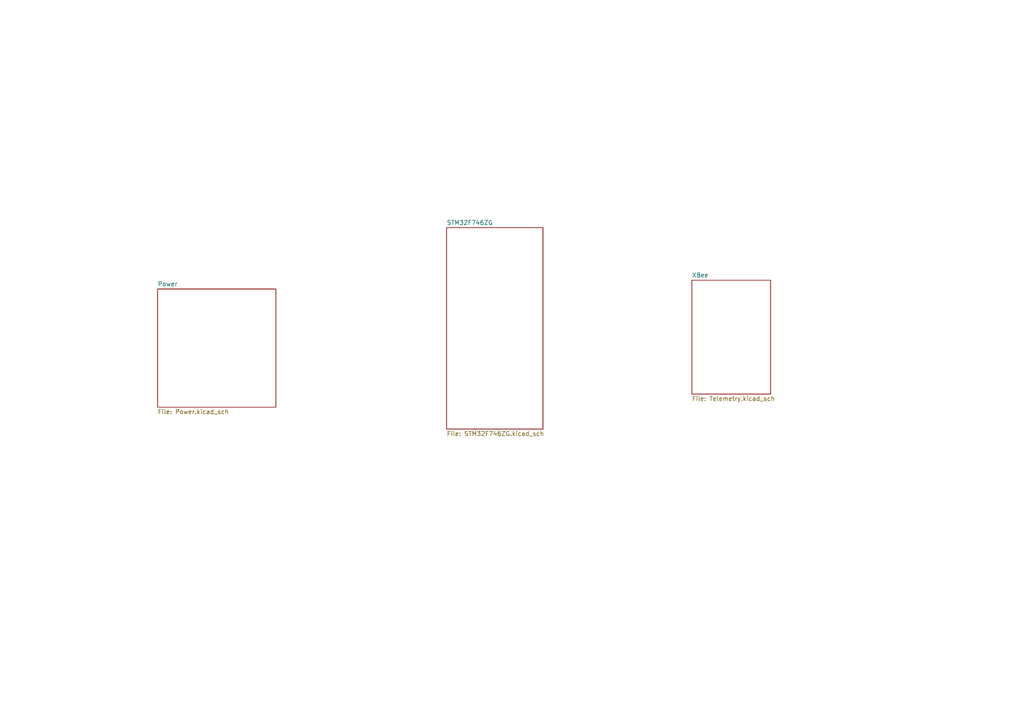
<source format=kicad_sch>
(kicad_sch
	(version 20250114)
	(generator "eeschema")
	(generator_version "9.0")
	(uuid "ed2ead0c-db91-475a-bfeb-6d6144b9301b")
	(paper "A4")
	(lib_symbols)
	(sheet
		(at 200.66 81.28)
		(size 22.86 33.02)
		(exclude_from_sim no)
		(in_bom yes)
		(on_board yes)
		(dnp no)
		(fields_autoplaced yes)
		(stroke
			(width 0.1524)
			(type solid)
		)
		(fill
			(color 0 0 0 0.0000)
		)
		(uuid "6ced25df-e129-4619-bfc0-b87d83c28fc4")
		(property "Sheetname" "XBee"
			(at 200.66 80.5684 0)
			(effects
				(font
					(size 1.27 1.27)
				)
				(justify left bottom)
			)
		)
		(property "Sheetfile" "Telemetry.kicad_sch"
			(at 200.66 114.8846 0)
			(effects
				(font
					(size 1.27 1.27)
				)
				(justify left top)
			)
		)
		(instances
			(project "Dashboard"
				(path "/ed2ead0c-db91-475a-bfeb-6d6144b9301b"
					(page "3")
				)
			)
		)
	)
	(sheet
		(at 45.72 83.82)
		(size 34.29 34.29)
		(exclude_from_sim no)
		(in_bom yes)
		(on_board yes)
		(dnp no)
		(fields_autoplaced yes)
		(stroke
			(width 0.1524)
			(type solid)
		)
		(fill
			(color 0 0 0 0.0000)
		)
		(uuid "af335906-16f7-4171-9604-a120cf780e93")
		(property "Sheetname" "Power"
			(at 45.72 83.1084 0)
			(effects
				(font
					(size 1.27 1.27)
				)
				(justify left bottom)
			)
		)
		(property "Sheetfile" "Power.kicad_sch"
			(at 45.72 118.6946 0)
			(effects
				(font
					(size 1.27 1.27)
				)
				(justify left top)
			)
		)
		(instances
			(project "Dashboard"
				(path "/ed2ead0c-db91-475a-bfeb-6d6144b9301b"
					(page "4")
				)
			)
		)
	)
	(sheet
		(at 129.54 66.04)
		(size 27.94 58.42)
		(exclude_from_sim no)
		(in_bom yes)
		(on_board yes)
		(dnp no)
		(fields_autoplaced yes)
		(stroke
			(width 0.1524)
			(type solid)
		)
		(fill
			(color 0 0 0 0.0000)
		)
		(uuid "b2a949e3-c2ae-4e71-a404-97f91448d983")
		(property "Sheetname" "STM32F746ZG"
			(at 129.54 65.3284 0)
			(effects
				(font
					(size 1.27 1.27)
				)
				(justify left bottom)
			)
		)
		(property "Sheetfile" "STM32F746ZG.kicad_sch"
			(at 129.54 125.0446 0)
			(effects
				(font
					(size 1.27 1.27)
				)
				(justify left top)
			)
		)
		(instances
			(project "Dashboard"
				(path "/ed2ead0c-db91-475a-bfeb-6d6144b9301b"
					(page "2")
				)
			)
		)
	)
	(sheet_instances
		(path "/"
			(page "1")
		)
	)
	(embedded_fonts no)
)

</source>
